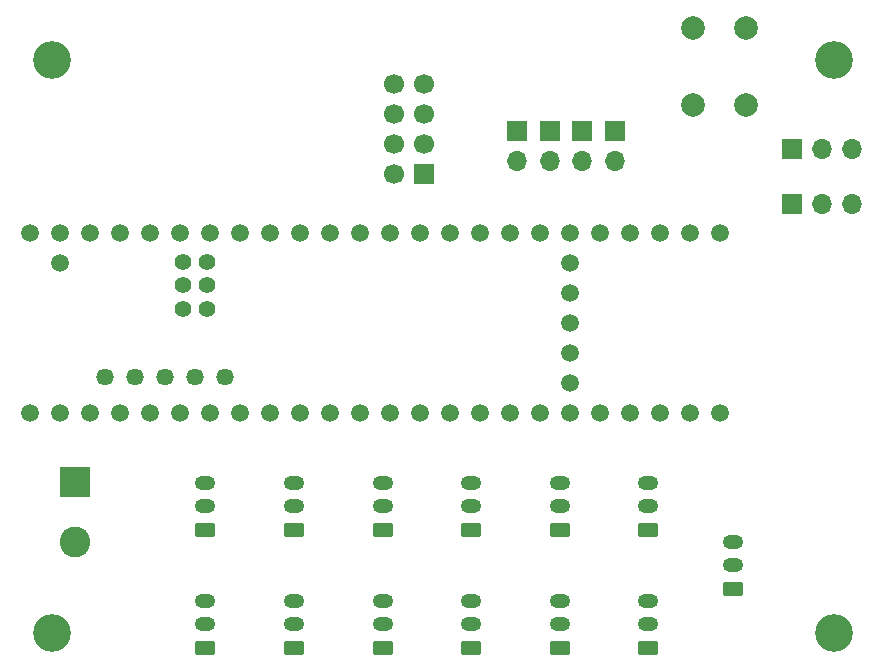
<source format=gbr>
%TF.GenerationSoftware,KiCad,Pcbnew,8.0.7*%
%TF.CreationDate,2024-12-25T21:29:49+07:00*%
%TF.ProjectId,Morphex-PCB,4d6f7270-6865-4782-9d50-43422e6b6963,rev?*%
%TF.SameCoordinates,Original*%
%TF.FileFunction,Soldermask,Bot*%
%TF.FilePolarity,Negative*%
%FSLAX46Y46*%
G04 Gerber Fmt 4.6, Leading zero omitted, Abs format (unit mm)*
G04 Created by KiCad (PCBNEW 8.0.7) date 2024-12-25 21:29:49*
%MOMM*%
%LPD*%
G01*
G04 APERTURE LIST*
G04 Aperture macros list*
%AMRoundRect*
0 Rectangle with rounded corners*
0 $1 Rounding radius*
0 $2 $3 $4 $5 $6 $7 $8 $9 X,Y pos of 4 corners*
0 Add a 4 corners polygon primitive as box body*
4,1,4,$2,$3,$4,$5,$6,$7,$8,$9,$2,$3,0*
0 Add four circle primitives for the rounded corners*
1,1,$1+$1,$2,$3*
1,1,$1+$1,$4,$5*
1,1,$1+$1,$6,$7*
1,1,$1+$1,$8,$9*
0 Add four rect primitives between the rounded corners*
20,1,$1+$1,$2,$3,$4,$5,0*
20,1,$1+$1,$4,$5,$6,$7,0*
20,1,$1+$1,$6,$7,$8,$9,0*
20,1,$1+$1,$8,$9,$2,$3,0*%
G04 Aperture macros list end*
%ADD10RoundRect,0.250000X0.625000X-0.350000X0.625000X0.350000X-0.625000X0.350000X-0.625000X-0.350000X0*%
%ADD11O,1.750000X1.200000*%
%ADD12R,1.700000X1.700000*%
%ADD13O,1.700000X1.700000*%
%ADD14C,1.700000*%
%ADD15C,3.200000*%
%ADD16R,2.600000X2.600000*%
%ADD17C,2.600000*%
%ADD18C,2.000000*%
%ADD19C,1.512000*%
%ADD20C,1.462000*%
%ADD21C,1.412000*%
G04 APERTURE END LIST*
D10*
%TO.C,servo11*%
X173000000Y-127250000D03*
D11*
X173000000Y-125250000D03*
X173000000Y-123250000D03*
%TD*%
D10*
%TO.C,servo2*%
X173000000Y-117250000D03*
D11*
X173000000Y-115250000D03*
X173000000Y-113250000D03*
%TD*%
D12*
%TO.C,3.3V*%
X185120000Y-85000000D03*
D13*
X187660000Y-85000000D03*
X190200000Y-85000000D03*
%TD*%
D12*
%TO.C,U2*%
X154040000Y-87120000D03*
D14*
X151500000Y-87120000D03*
X154040000Y-84580000D03*
X151500000Y-84580000D03*
X154040000Y-82040000D03*
X151500000Y-82040000D03*
X154040000Y-79500000D03*
X151500000Y-79500000D03*
%TD*%
D12*
%TO.C,J2*%
X161900000Y-83460000D03*
D13*
X161900000Y-86000000D03*
%TD*%
D10*
%TO.C,servo6*%
X150500000Y-117250000D03*
D11*
X150500000Y-115250000D03*
X150500000Y-113250000D03*
%TD*%
D10*
%TO.C,servo13*%
X135500000Y-117250000D03*
D11*
X135500000Y-115250000D03*
X135500000Y-113250000D03*
%TD*%
D15*
%TO.C,H4*%
X122500000Y-126000000D03*
%TD*%
D10*
%TO.C,servo10*%
X143000000Y-127250000D03*
D11*
X143000000Y-125250000D03*
X143000000Y-123250000D03*
%TD*%
D12*
%TO.C,J5*%
X170150000Y-83460000D03*
D13*
X170150000Y-86000000D03*
%TD*%
D16*
%TO.C,Main Terminal*%
X124445000Y-113205000D03*
D17*
X124445000Y-118285000D03*
%TD*%
D15*
%TO.C,H2*%
X188750000Y-77500000D03*
%TD*%
%TO.C,H3*%
X188750000Y-126000000D03*
%TD*%
D12*
%TO.C,J4*%
X167400000Y-83460000D03*
D13*
X167400000Y-86000000D03*
%TD*%
D10*
%TO.C,servo5*%
X150500000Y-127250000D03*
D11*
X150500000Y-125250000D03*
X150500000Y-123250000D03*
%TD*%
D10*
%TO.C,servo8*%
X165500000Y-127250000D03*
D11*
X165500000Y-125250000D03*
X165500000Y-123250000D03*
%TD*%
D10*
%TO.C,servo3*%
X180200000Y-122250000D03*
D11*
X180200000Y-120250000D03*
X180200000Y-118250000D03*
%TD*%
D12*
%TO.C,J3*%
X164650000Y-83460000D03*
D13*
X164650000Y-86000000D03*
%TD*%
D10*
%TO.C,servo7*%
X165500000Y-117250000D03*
D11*
X165500000Y-115250000D03*
X165500000Y-113250000D03*
%TD*%
D18*
%TO.C,SW1*%
X176750000Y-81250000D03*
X176750000Y-74750000D03*
X181250000Y-81250000D03*
X181250000Y-74750000D03*
%TD*%
D10*
%TO.C,servo12*%
X158000000Y-127250000D03*
D11*
X158000000Y-125250000D03*
X158000000Y-123250000D03*
%TD*%
D10*
%TO.C,servo9*%
X135500000Y-127250000D03*
D11*
X135500000Y-125250000D03*
X135500000Y-123250000D03*
%TD*%
D10*
%TO.C,servo4*%
X143000000Y-117250000D03*
D11*
X143000000Y-115250000D03*
X143000000Y-113250000D03*
%TD*%
D15*
%TO.C,H1*%
X122500000Y-77500000D03*
%TD*%
D12*
%TO.C,5V*%
X185120000Y-89650000D03*
D13*
X187660000Y-89650000D03*
X190200000Y-89650000D03*
%TD*%
D10*
%TO.C,servo1*%
X158000000Y-117250000D03*
D11*
X158000000Y-115250000D03*
X158000000Y-113250000D03*
%TD*%
D19*
%TO.C,U1*%
X123180000Y-107352500D03*
X125720000Y-107352500D03*
X128260000Y-107352500D03*
X130800000Y-107352500D03*
X156200000Y-107352500D03*
X125720000Y-92112500D03*
X166360000Y-102272500D03*
X133340000Y-107352500D03*
X135880000Y-107352500D03*
D20*
X126990000Y-104302500D03*
D19*
X138420000Y-107352500D03*
X140960000Y-107352500D03*
X143500000Y-107352500D03*
X146040000Y-107352500D03*
X148580000Y-107352500D03*
X151120000Y-107352500D03*
X153660000Y-107352500D03*
X153660000Y-92112500D03*
X151120000Y-92112500D03*
X148580000Y-92112500D03*
X146040000Y-92112500D03*
X143500000Y-92112500D03*
X140960000Y-92112500D03*
X138420000Y-92112500D03*
X135880000Y-92112500D03*
X133340000Y-92112500D03*
X130800000Y-92112500D03*
X128260000Y-92112500D03*
X158740000Y-107352500D03*
X161280000Y-107352500D03*
X163820000Y-107352500D03*
X166360000Y-107352500D03*
X168900000Y-107352500D03*
X171440000Y-107352500D03*
X173980000Y-107352500D03*
X176520000Y-107352500D03*
X179060000Y-107352500D03*
X179060000Y-92112500D03*
X176520000Y-92112500D03*
X173980000Y-92112500D03*
X171440000Y-92112500D03*
X168900000Y-92112500D03*
X166360000Y-92112500D03*
X163820000Y-92112500D03*
X161280000Y-92112500D03*
X158740000Y-92112500D03*
D20*
X132070000Y-104302500D03*
X129530000Y-104302500D03*
D19*
X120640000Y-107352500D03*
X156200000Y-92112500D03*
X123180000Y-92112500D03*
X166360000Y-99732500D03*
D21*
X135610000Y-96562500D03*
X133610000Y-96562500D03*
D19*
X166360000Y-94652500D03*
X166360000Y-97192500D03*
D21*
X133610000Y-94562500D03*
X135610000Y-94562500D03*
X135610000Y-98562500D03*
X133610000Y-98562500D03*
D20*
X134610000Y-104302500D03*
X137150000Y-104302500D03*
D19*
X166360000Y-104812500D03*
X120640000Y-92112500D03*
X123180000Y-94652500D03*
%TD*%
M02*

</source>
